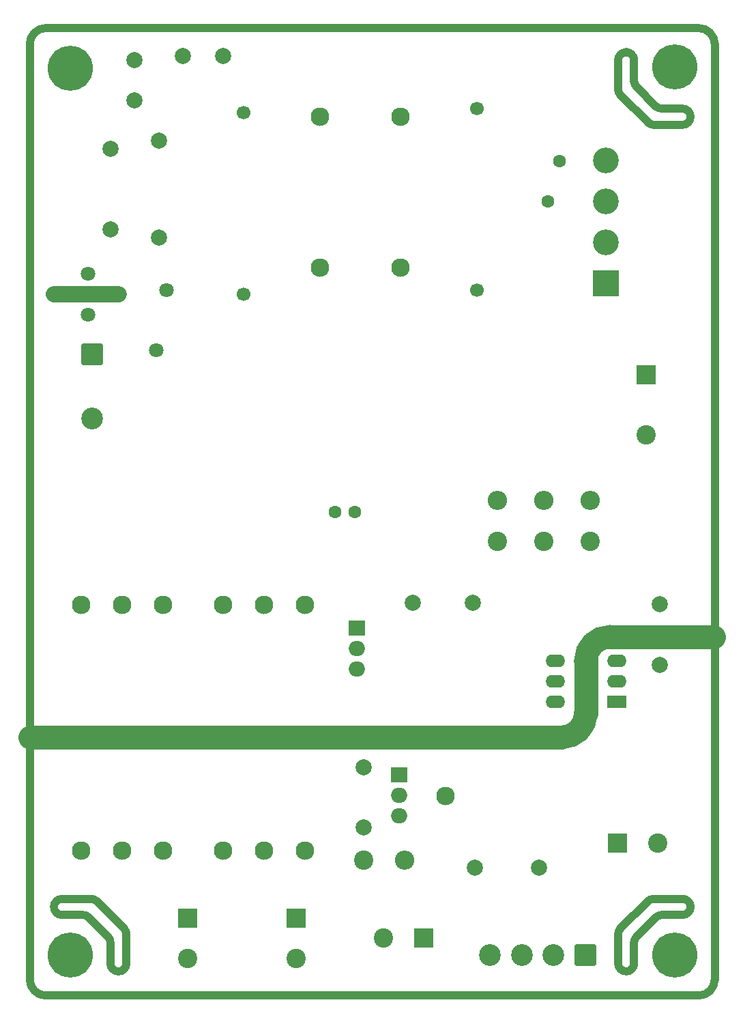
<source format=gbr>
%TF.GenerationSoftware,KiCad,Pcbnew,8.0.0-rc3-2-g1717f39daf*%
%TF.CreationDate,2024-02-17T21:45:03+01:00*%
%TF.ProjectId,ACDC150V24,41434443-3135-4305-9632-342e6b696361,rev?*%
%TF.SameCoordinates,Original*%
%TF.FileFunction,Soldermask,Bot*%
%TF.FilePolarity,Negative*%
%FSLAX46Y46*%
G04 Gerber Fmt 4.6, Leading zero omitted, Abs format (unit mm)*
G04 Created by KiCad (PCBNEW 8.0.0-rc3-2-g1717f39daf) date 2024-02-17 21:45:03*
%MOMM*%
%LPD*%
G01*
G04 APERTURE LIST*
G04 Aperture macros list*
%AMRoundRect*
0 Rectangle with rounded corners*
0 $1 Rounding radius*
0 $2 $3 $4 $5 $6 $7 $8 $9 X,Y pos of 4 corners*
0 Add a 4 corners polygon primitive as box body*
4,1,4,$2,$3,$4,$5,$6,$7,$8,$9,$2,$3,0*
0 Add four circle primitives for the rounded corners*
1,1,$1+$1,$2,$3*
1,1,$1+$1,$4,$5*
1,1,$1+$1,$6,$7*
1,1,$1+$1,$8,$9*
0 Add four rect primitives between the rounded corners*
20,1,$1+$1,$2,$3,$4,$5,0*
20,1,$1+$1,$4,$5,$6,$7,0*
20,1,$1+$1,$6,$7,$8,$9,0*
20,1,$1+$1,$8,$9,$2,$3,0*%
G04 Aperture macros list end*
%ADD10C,1.000000*%
%ADD11C,3.000000*%
%ADD12C,2.000000*%
%ADD13C,2.400000*%
%ADD14O,2.400000X2.400000*%
%ADD15O,2.000000X1.905000*%
%ADD16R,2.000000X1.905000*%
%ADD17C,3.600000*%
%ADD18C,5.600000*%
%ADD19R,3.200000X3.200000*%
%ADD20C,3.200000*%
%ADD21C,1.800000*%
%ADD22C,2.000000*%
%ADD23R,2.400000X2.400000*%
%ADD24C,1.700000*%
%ADD25R,2.400000X1.600000*%
%ADD26O,2.400000X1.600000*%
%ADD27C,1.600000*%
%ADD28C,2.300000*%
%ADD29RoundRect,0.250001X-1.099999X1.099999X-1.099999X-1.099999X1.099999X-1.099999X1.099999X1.099999X0*%
%ADD30C,2.700000*%
%ADD31RoundRect,0.250001X1.099999X1.099999X-1.099999X1.099999X-1.099999X-1.099999X1.099999X-1.099999X0*%
G04 APERTURE END LIST*
D10*
X106900000Y-139900000D02*
X106900000Y-139900000D01*
X36900000Y-132900000D02*
X39485786Y-132900000D01*
X40192893Y-133192893D02*
X42607107Y-135607107D01*
X107900000Y-29485786D02*
X107900000Y-26900000D01*
X40485786Y-130900000D02*
G75*
G02*
X41192900Y-131192886I14J-1000000D01*
G01*
X107900000Y-138900000D02*
X107900000Y-136314214D01*
X106900000Y-25900000D02*
G75*
G02*
X107900000Y-26900000I0J-1000000D01*
G01*
X40485786Y-130900000D02*
X36900000Y-130900000D01*
X110607107Y-133192893D02*
G75*
G02*
X111314214Y-132900039I707093J-707207D01*
G01*
X44607107Y-134607107D02*
X41192893Y-131192893D01*
X106192893Y-31192893D02*
X109607107Y-34607107D01*
X106900000Y-139900000D02*
G75*
G02*
X105900000Y-138900000I0J1000000D01*
G01*
X111314214Y-32900000D02*
G75*
G02*
X110607100Y-32607114I-14J1000000D01*
G01*
X105900000Y-135314214D02*
X105900000Y-138900000D01*
X109607107Y-131192893D02*
X106192893Y-134607107D01*
X32900000Y-24900000D02*
G75*
G02*
X34900000Y-22900000I2000000J0D01*
G01*
X44900000Y-138900000D02*
G75*
G02*
X43900000Y-139900000I-1000000J0D01*
G01*
X35900000Y-131900000D02*
X35900000Y-131900000D01*
X107900000Y-136314214D02*
G75*
G02*
X108192886Y-135607100I1000000J14D01*
G01*
X44607107Y-134607107D02*
G75*
G02*
X44899961Y-135314214I-707207J-707093D01*
G01*
X36900000Y-132900000D02*
G75*
G02*
X35900000Y-131900000I0J1000000D01*
G01*
X109607107Y-131192893D02*
G75*
G02*
X110314214Y-130900010I707093J-707107D01*
G01*
X117900000Y-140900000D02*
G75*
G02*
X115900000Y-142900000I-2000000J0D01*
G01*
X114900000Y-33900000D02*
X114900000Y-33900000D01*
D11*
X101900000Y-107874000D02*
G75*
G02*
X98900000Y-110874000I-3000000J0D01*
G01*
D10*
X110314214Y-34900000D02*
X113900000Y-34900000D01*
X43900000Y-139900000D02*
G75*
G02*
X42900000Y-138900000I0J1000000D01*
G01*
X110314214Y-34900000D02*
G75*
G02*
X109607100Y-34607114I-14J1000000D01*
G01*
X106192893Y-31192893D02*
G75*
G02*
X105900039Y-30485786I707207J707093D01*
G01*
X105900000Y-26900000D02*
X105900000Y-30485786D01*
X105900000Y-135314214D02*
G75*
G02*
X106192907Y-134607121I999900J14D01*
G01*
D11*
X101900000Y-101400000D02*
G75*
G02*
X104900000Y-98400000I3000000J0D01*
G01*
D10*
X108192893Y-30192893D02*
G75*
G02*
X107900039Y-29485786I707207J707093D01*
G01*
X108192893Y-135607107D02*
X110607107Y-133192893D01*
X114900000Y-33900000D02*
G75*
G02*
X113900000Y-34900000I-1000000J0D01*
G01*
X34900000Y-22900000D02*
X115900000Y-22900000D01*
X35900000Y-131900000D02*
G75*
G02*
X36900000Y-130900000I1000000J0D01*
G01*
X113900000Y-32900000D02*
G75*
G02*
X114900000Y-33900000I0J-1000000D01*
G01*
X113900000Y-130900000D02*
G75*
G02*
X114900000Y-131900000I0J-1000000D01*
G01*
X111314214Y-132900000D02*
X113900000Y-132900000D01*
X114900000Y-131900000D02*
G75*
G02*
X113900000Y-132900000I-1000000J0D01*
G01*
X117900000Y-24900000D02*
X117900000Y-140900000D01*
X42607107Y-135607107D02*
G75*
G02*
X42899961Y-136314214I-707207J-707093D01*
G01*
X113900000Y-32900000D02*
X111314214Y-32900000D01*
X106900000Y-25900000D02*
X106900000Y-25900000D01*
X42900000Y-136314214D02*
X42900000Y-138900000D01*
X32900000Y-140900000D02*
X32900000Y-24900000D01*
X115900000Y-22900000D02*
G75*
G02*
X117900000Y-24900000I0J-2000000D01*
G01*
X110607107Y-32607107D02*
X108192893Y-30192893D01*
X39485786Y-132900000D02*
G75*
G02*
X40192900Y-133192886I14J-1000000D01*
G01*
D11*
X98900000Y-110874000D02*
X32900000Y-110874000D01*
D10*
X114900000Y-131900000D02*
X114900000Y-131900000D01*
D11*
X117736000Y-98400000D02*
X104900000Y-98400000D01*
D10*
X113900000Y-130900000D02*
X110314214Y-130900000D01*
X115900000Y-142900000D02*
X34900000Y-142900000D01*
X43900000Y-139900000D02*
X43900000Y-139900000D01*
X105900000Y-26900000D02*
G75*
G02*
X106900000Y-25900000I1000000J0D01*
G01*
X107900000Y-138900000D02*
G75*
G02*
X106900000Y-139900000I-1000000J0D01*
G01*
D12*
X35900000Y-55900000D02*
X43900000Y-55900000D01*
D11*
X101900000Y-101400000D02*
X101900000Y-107874000D01*
D10*
X44900000Y-138900000D02*
X44900000Y-135314214D01*
X34900000Y-142900000D02*
G75*
G02*
X32900000Y-140900000I0J2000000D01*
G01*
D13*
%TO.C,R22*%
X102400000Y-86540000D03*
D14*
X102400000Y-81460000D03*
%TD*%
D15*
%TO.C,Q1*%
X73455000Y-102440000D03*
X73455000Y-99900000D03*
D16*
X73455000Y-97360000D03*
%TD*%
D17*
%TO.C,H2*%
X112900000Y-137900000D03*
D18*
X112900000Y-137900000D03*
%TD*%
D19*
%TO.C,D6*%
X104400000Y-54560000D03*
D20*
X104400000Y-49480000D03*
X104400000Y-44400000D03*
X104400000Y-39320000D03*
%TD*%
D21*
%TO.C,F1*%
X40100000Y-58440000D03*
X40100000Y-53360000D03*
%TD*%
%TO.C,RV1*%
X49900000Y-55400000D03*
X48600000Y-62900000D03*
%TD*%
D22*
%TO.C,SW1*%
X42900000Y-37900000D03*
X48900000Y-36900000D03*
X42900000Y-47900000D03*
X48900000Y-48900000D03*
%TD*%
%TO.C,C12*%
X111081200Y-101895200D03*
X111081200Y-94395200D03*
%TD*%
%TO.C,C28*%
X74302000Y-122072000D03*
X74302000Y-114572000D03*
%TD*%
D23*
%TO.C,C25*%
X52458000Y-133274541D03*
D13*
X52458000Y-138274541D03*
%TD*%
D24*
%TO.C,C7*%
X59400000Y-33400000D03*
X59400000Y-55900000D03*
%TD*%
D23*
%TO.C,C24*%
X65920000Y-133274541D03*
D13*
X65920000Y-138274541D03*
%TD*%
D14*
%TO.C,R20*%
X90900000Y-81460000D03*
D13*
X90900000Y-86540000D03*
%TD*%
D25*
%TO.C,U2*%
X105725000Y-106425000D03*
D26*
X105725000Y-103885000D03*
X105725000Y-101345000D03*
X98105000Y-101345000D03*
X98105000Y-103885000D03*
X98105000Y-106425000D03*
%TD*%
D24*
%TO.C,C11*%
X88400000Y-32900000D03*
X88400000Y-55400000D03*
%TD*%
D23*
%TO.C,C16*%
X109400000Y-65900000D03*
D13*
X109400000Y-73400000D03*
%TD*%
D27*
%TO.C,C6*%
X70766000Y-82900000D03*
X73266000Y-82900000D03*
%TD*%
D13*
%TO.C,R19*%
X96650000Y-86540000D03*
D14*
X96650000Y-81460000D03*
%TD*%
D23*
%TO.C,C23*%
X105824541Y-124003541D03*
D13*
X110824541Y-124003541D03*
%TD*%
D28*
%TO.C,FL1*%
X68900000Y-52650000D03*
X78900000Y-52650000D03*
X68900000Y-33900000D03*
X78900000Y-33900000D03*
%TD*%
D22*
%TO.C,C21*%
X87900000Y-94150000D03*
X80400000Y-94150000D03*
%TD*%
D17*
%TO.C,H4*%
X112900000Y-27700000D03*
D18*
X112900000Y-27700000D03*
%TD*%
D22*
%TO.C,C9*%
X45900000Y-31900000D03*
X45900000Y-26900000D03*
%TD*%
D13*
%TO.C,R21*%
X74317000Y-126136000D03*
D14*
X79397000Y-126136000D03*
%TD*%
D27*
%TO.C,TH1*%
X97150000Y-44400000D03*
X98650000Y-39400000D03*
%TD*%
D29*
%TO.C,J1*%
X40650000Y-63400000D03*
D30*
X40650000Y-71320000D03*
%TD*%
D28*
%TO.C,TR1*%
X67060000Y-94400000D03*
X61980000Y-94400000D03*
X56900000Y-94400000D03*
X49407000Y-94400000D03*
X44327000Y-94400000D03*
X39247000Y-94400000D03*
X39247000Y-124880000D03*
X44327000Y-124880000D03*
X49407000Y-124880000D03*
X56900000Y-124880000D03*
X61980000Y-124880000D03*
X67060000Y-124880000D03*
%TD*%
D22*
%TO.C,C8*%
X56900000Y-26400000D03*
X51900000Y-26400000D03*
%TD*%
D31*
%TO.C,J2*%
X101860000Y-137900000D03*
D30*
X97900000Y-137900000D03*
X93940000Y-137900000D03*
X89980000Y-137900000D03*
%TD*%
D16*
%TO.C,D8*%
X78714000Y-115558000D03*
D15*
X78714000Y-118098000D03*
X78714000Y-120638000D03*
%TD*%
D28*
%TO.C,HS2*%
X84462000Y-118135000D03*
%TD*%
D17*
%TO.C,H3*%
X37900000Y-137900000D03*
D18*
X37900000Y-137900000D03*
%TD*%
D23*
%TO.C,C22*%
X81768459Y-135788000D03*
D13*
X76768459Y-135788000D03*
%TD*%
D22*
%TO.C,L1*%
X96100000Y-127000000D03*
X88100000Y-127000000D03*
%TD*%
D17*
%TO.C,H1*%
X37900000Y-27900000D03*
D18*
X37900000Y-27900000D03*
%TD*%
M02*

</source>
